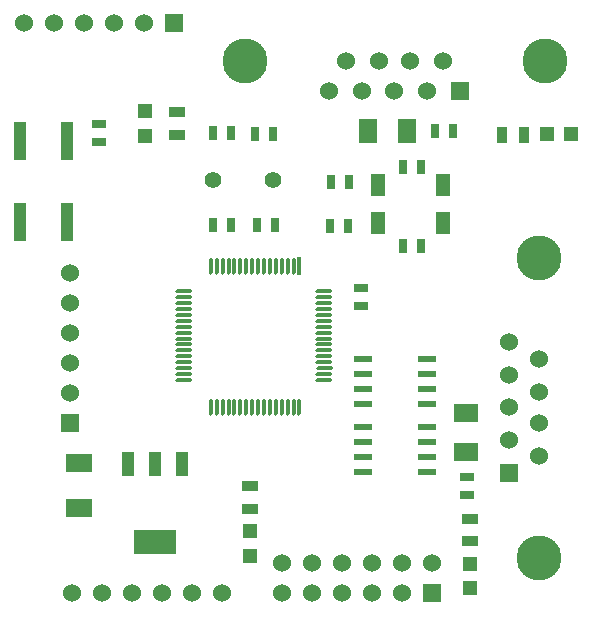
<source format=gts>
G04 (created by PCBNEW (2013-07-07 BZR 4022)-stable) date 23/05/2015 20:04:57*
%MOIN*%
G04 Gerber Fmt 3.4, Leading zero omitted, Abs format*
%FSLAX34Y34*%
G01*
G70*
G90*
G04 APERTURE LIST*
%ADD10C,0.00590551*%
%ADD11R,0.144X0.08*%
%ADD12R,0.04X0.08*%
%ADD13R,0.0610236X0.023622*%
%ADD14R,0.06X0.08*%
%ADD15R,0.08X0.06*%
%ADD16R,0.035X0.055*%
%ADD17R,0.055X0.035*%
%ADD18R,0.025X0.045*%
%ADD19R,0.045X0.025*%
%ADD20R,0.0511811X0.0748031*%
%ADD21R,0.06X0.06*%
%ADD22C,0.06*%
%ADD23R,0.011811X0.06*%
%ADD24O,0.011811X0.06*%
%ADD25O,0.06X0.011811*%
%ADD26R,0.0472X0.0472*%
%ADD27C,0.056*%
%ADD28R,0.0393701X0.125984*%
%ADD29R,0.0866X0.063*%
%ADD30C,0.15*%
G04 APERTURE END LIST*
G54D10*
G54D11*
X54265Y-48470D03*
G54D12*
X54265Y-45870D03*
X53365Y-45870D03*
X55165Y-45870D03*
G54D13*
X61227Y-43385D03*
X61227Y-42885D03*
X61227Y-42385D03*
X61227Y-43885D03*
X63352Y-42385D03*
X63352Y-42885D03*
X63352Y-43385D03*
X63352Y-43885D03*
X61227Y-45635D03*
X61227Y-45135D03*
X61227Y-44635D03*
X61227Y-46135D03*
X63352Y-44635D03*
X63352Y-45135D03*
X63352Y-45635D03*
X63352Y-46135D03*
G54D14*
X61380Y-34785D03*
X62680Y-34785D03*
G54D15*
X64660Y-44180D03*
X64660Y-45480D03*
G54D16*
X65835Y-34895D03*
X66585Y-34895D03*
G54D17*
X64780Y-47695D03*
X64780Y-48445D03*
X57460Y-46615D03*
X57460Y-47365D03*
X55000Y-34900D03*
X55000Y-34150D03*
G54D18*
X60760Y-36475D03*
X60160Y-36475D03*
G54D19*
X64690Y-46300D03*
X64690Y-46900D03*
G54D18*
X63600Y-34785D03*
X64200Y-34785D03*
G54D19*
X52425Y-35150D03*
X52425Y-34550D03*
G54D18*
X57600Y-34875D03*
X58200Y-34875D03*
X56820Y-34850D03*
X56220Y-34850D03*
X58270Y-37910D03*
X57670Y-37910D03*
X56230Y-37890D03*
X56830Y-37890D03*
G54D19*
X61135Y-40600D03*
X61135Y-40000D03*
G54D18*
X63150Y-38590D03*
X62550Y-38590D03*
X63145Y-35970D03*
X62545Y-35970D03*
X60715Y-37930D03*
X60115Y-37930D03*
G54D20*
X61717Y-36565D03*
X61717Y-37824D03*
X63882Y-36565D03*
X63882Y-37824D03*
G54D21*
X51460Y-44510D03*
G54D22*
X51460Y-43510D03*
X51460Y-42510D03*
X51460Y-41510D03*
X51460Y-40510D03*
X51460Y-39510D03*
G54D23*
X59096Y-39279D03*
G54D24*
X58899Y-39279D03*
X58702Y-39279D03*
X58505Y-39279D03*
X58308Y-39279D03*
X58112Y-39279D03*
X57915Y-39279D03*
X57718Y-39279D03*
X57521Y-39279D03*
X57324Y-39279D03*
X57127Y-39279D03*
X56931Y-39279D03*
X56734Y-39279D03*
X56537Y-39279D03*
X56340Y-39279D03*
X56143Y-39279D03*
G54D25*
X55245Y-40114D03*
X55245Y-40311D03*
X55245Y-40508D03*
X55245Y-40705D03*
X55245Y-40902D03*
X55245Y-41098D03*
X55245Y-41295D03*
X55245Y-41492D03*
X55245Y-41689D03*
X55245Y-41886D03*
X55245Y-42083D03*
X55245Y-42279D03*
X55245Y-42476D03*
X55245Y-42673D03*
X55245Y-42870D03*
X55245Y-43067D03*
G54D24*
X56143Y-43965D03*
X56340Y-43965D03*
X56537Y-43965D03*
X56734Y-43965D03*
X56931Y-43965D03*
X57127Y-43965D03*
X57324Y-43965D03*
X57521Y-43965D03*
X57718Y-43965D03*
X57915Y-43965D03*
X58112Y-43965D03*
X58308Y-43965D03*
X58505Y-43965D03*
X58702Y-43965D03*
X58899Y-43965D03*
X59096Y-43965D03*
G54D25*
X59931Y-43067D03*
X59931Y-42870D03*
X59931Y-42476D03*
X59938Y-42673D03*
X59931Y-42279D03*
X59931Y-42083D03*
X59931Y-41886D03*
X59931Y-41689D03*
X59931Y-41492D03*
X59931Y-41295D03*
X59931Y-41101D03*
X59931Y-40904D03*
X59931Y-40707D03*
X59931Y-40510D03*
X59931Y-40314D03*
X59931Y-40117D03*
G54D26*
X67337Y-34880D03*
X68163Y-34880D03*
X64790Y-49187D03*
X64790Y-50013D03*
X57460Y-48097D03*
X57460Y-48923D03*
X53960Y-34117D03*
X53960Y-34943D03*
G54D27*
X56230Y-36410D03*
X58230Y-36410D03*
G54D28*
X51357Y-35116D03*
X51357Y-37793D03*
X49782Y-37793D03*
X49782Y-35116D03*
G54D29*
X51745Y-47348D03*
X51745Y-45852D03*
G54D30*
X67290Y-32445D03*
X57290Y-32445D03*
G54D21*
X64440Y-33445D03*
G54D22*
X63340Y-33445D03*
X62240Y-33445D03*
X61190Y-33445D03*
X60090Y-33445D03*
X60640Y-32445D03*
X61740Y-32445D03*
X62790Y-32445D03*
X63890Y-32445D03*
G54D30*
X67080Y-49020D03*
X67080Y-39020D03*
G54D21*
X66080Y-46170D03*
G54D22*
X66080Y-45070D03*
X66080Y-43970D03*
X66080Y-42920D03*
X66080Y-41820D03*
X67080Y-42370D03*
X67080Y-43470D03*
X67080Y-44520D03*
X67080Y-45620D03*
G54D21*
X54919Y-31180D03*
G54D22*
X53919Y-31180D03*
X52919Y-31180D03*
X51919Y-31180D03*
X50919Y-31180D03*
X49920Y-31180D03*
G54D21*
X63519Y-50180D03*
G54D22*
X62519Y-50180D03*
X61519Y-50180D03*
X60519Y-50180D03*
X59519Y-50180D03*
X58519Y-50180D03*
X56519Y-50180D03*
X54519Y-50180D03*
X53519Y-50180D03*
X52519Y-50180D03*
X51519Y-50180D03*
X55519Y-50180D03*
X58519Y-49180D03*
X59519Y-49180D03*
X60519Y-49180D03*
X61519Y-49180D03*
X62519Y-49180D03*
X63519Y-49180D03*
M02*

</source>
